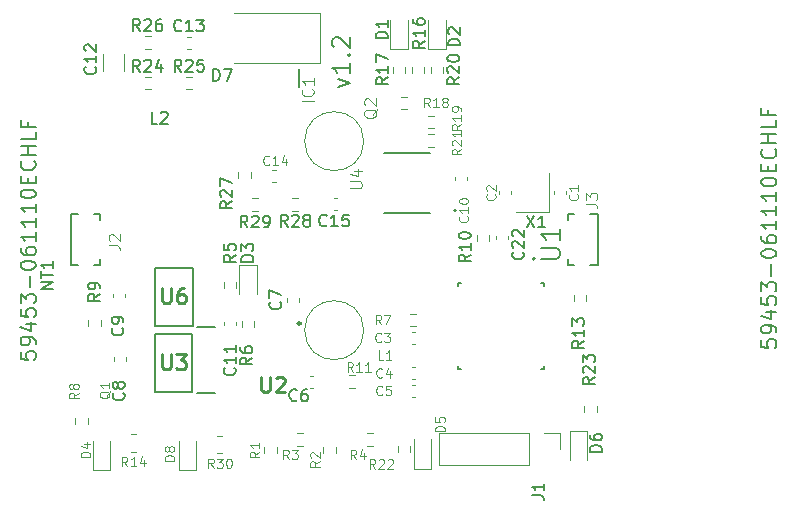
<source format=gbr>
%TF.GenerationSoftware,KiCad,Pcbnew,(5.99.0-12980-gcf6acae791)*%
%TF.CreationDate,2022-01-10T14:37:02+01:00*%
%TF.ProjectId,GRIPPER_TWO_ADVANCED_CONTROL_BOARD,47524950-5045-4525-9f54-574f5f414456,rev?*%
%TF.SameCoordinates,Original*%
%TF.FileFunction,Legend,Top*%
%TF.FilePolarity,Positive*%
%FSLAX46Y46*%
G04 Gerber Fmt 4.6, Leading zero omitted, Abs format (unit mm)*
G04 Created by KiCad (PCBNEW (5.99.0-12980-gcf6acae791)) date 2022-01-10 14:37:02*
%MOMM*%
%LPD*%
G01*
G04 APERTURE LIST*
%ADD10C,0.101600*%
%ADD11C,0.200000*%
%ADD12C,0.150000*%
%ADD13C,0.100000*%
%ADD14C,0.254000*%
%ADD15C,0.081280*%
%ADD16C,0.142240*%
%ADD17C,0.120000*%
%ADD18C,0.250000*%
%ADD19C,0.127000*%
%ADD20C,0.152400*%
G04 APERTURE END LIST*
D10*
X174098900Y-111246400D02*
G75*
G03*
X174098900Y-111246400I-2500000J0D01*
G01*
X174098900Y-95246400D02*
G75*
G03*
X174098900Y-95246400I-2500000J0D01*
G01*
D11*
X171928571Y-90655714D02*
X172928571Y-90298571D01*
X171928571Y-89941428D01*
X172928571Y-88584285D02*
X172928571Y-89441428D01*
X172928571Y-89012857D02*
X171428571Y-89012857D01*
X171642857Y-89155714D01*
X171785714Y-89298571D01*
X171857142Y-89441428D01*
X172785714Y-87941428D02*
X172857142Y-87870000D01*
X172928571Y-87941428D01*
X172857142Y-88012857D01*
X172785714Y-87941428D01*
X172928571Y-87941428D01*
X171571428Y-87298571D02*
X171500000Y-87227142D01*
X171428571Y-87084285D01*
X171428571Y-86727142D01*
X171500000Y-86584285D01*
X171571428Y-86512857D01*
X171714285Y-86441428D01*
X171857142Y-86441428D01*
X172071428Y-86512857D01*
X172928571Y-87370000D01*
X172928571Y-86441428D01*
D12*
%TO.C,L2*%
X156633333Y-93752380D02*
X156157142Y-93752380D01*
X156157142Y-92752380D01*
X156919047Y-92847619D02*
X156966666Y-92800000D01*
X157061904Y-92752380D01*
X157300000Y-92752380D01*
X157395238Y-92800000D01*
X157442857Y-92847619D01*
X157490476Y-92942857D01*
X157490476Y-93038095D01*
X157442857Y-93180952D01*
X156871428Y-93752380D01*
X157490476Y-93752380D01*
%TO.C,C9*%
X153667142Y-111066666D02*
X153714761Y-111114285D01*
X153762380Y-111257142D01*
X153762380Y-111352380D01*
X153714761Y-111495238D01*
X153619523Y-111590476D01*
X153524285Y-111638095D01*
X153333809Y-111685714D01*
X153190952Y-111685714D01*
X153000476Y-111638095D01*
X152905238Y-111590476D01*
X152810000Y-111495238D01*
X152762380Y-111352380D01*
X152762380Y-111257142D01*
X152810000Y-111114285D01*
X152857619Y-111066666D01*
X153762380Y-110590476D02*
X153762380Y-110400000D01*
X153714761Y-110304761D01*
X153667142Y-110257142D01*
X153524285Y-110161904D01*
X153333809Y-110114285D01*
X152952857Y-110114285D01*
X152857619Y-110161904D01*
X152810000Y-110209523D01*
X152762380Y-110304761D01*
X152762380Y-110495238D01*
X152810000Y-110590476D01*
X152857619Y-110638095D01*
X152952857Y-110685714D01*
X153190952Y-110685714D01*
X153286190Y-110638095D01*
X153333809Y-110590476D01*
X153381428Y-110495238D01*
X153381428Y-110304761D01*
X153333809Y-110209523D01*
X153286190Y-110161904D01*
X153190952Y-110114285D01*
%TO.C,R26*%
X155157142Y-85922380D02*
X154823809Y-85446190D01*
X154585714Y-85922380D02*
X154585714Y-84922380D01*
X154966666Y-84922380D01*
X155061904Y-84970000D01*
X155109523Y-85017619D01*
X155157142Y-85112857D01*
X155157142Y-85255714D01*
X155109523Y-85350952D01*
X155061904Y-85398571D01*
X154966666Y-85446190D01*
X154585714Y-85446190D01*
X155538095Y-85017619D02*
X155585714Y-84970000D01*
X155680952Y-84922380D01*
X155919047Y-84922380D01*
X156014285Y-84970000D01*
X156061904Y-85017619D01*
X156109523Y-85112857D01*
X156109523Y-85208095D01*
X156061904Y-85350952D01*
X155490476Y-85922380D01*
X156109523Y-85922380D01*
X156966666Y-84922380D02*
X156776190Y-84922380D01*
X156680952Y-84970000D01*
X156633333Y-85017619D01*
X156538095Y-85160476D01*
X156490476Y-85350952D01*
X156490476Y-85731904D01*
X156538095Y-85827142D01*
X156585714Y-85874761D01*
X156680952Y-85922380D01*
X156871428Y-85922380D01*
X156966666Y-85874761D01*
X157014285Y-85827142D01*
X157061904Y-85731904D01*
X157061904Y-85493809D01*
X157014285Y-85398571D01*
X156966666Y-85350952D01*
X156871428Y-85303333D01*
X156680952Y-85303333D01*
X156585714Y-85350952D01*
X156538095Y-85398571D01*
X156490476Y-85493809D01*
%TO.C,C6*%
X168433333Y-117157142D02*
X168385714Y-117204761D01*
X168242857Y-117252380D01*
X168147619Y-117252380D01*
X168004761Y-117204761D01*
X167909523Y-117109523D01*
X167861904Y-117014285D01*
X167814285Y-116823809D01*
X167814285Y-116680952D01*
X167861904Y-116490476D01*
X167909523Y-116395238D01*
X168004761Y-116300000D01*
X168147619Y-116252380D01*
X168242857Y-116252380D01*
X168385714Y-116300000D01*
X168433333Y-116347619D01*
X169290476Y-116252380D02*
X169100000Y-116252380D01*
X169004761Y-116300000D01*
X168957142Y-116347619D01*
X168861904Y-116490476D01*
X168814285Y-116680952D01*
X168814285Y-117061904D01*
X168861904Y-117157142D01*
X168909523Y-117204761D01*
X169004761Y-117252380D01*
X169195238Y-117252380D01*
X169290476Y-117204761D01*
X169338095Y-117157142D01*
X169385714Y-117061904D01*
X169385714Y-116823809D01*
X169338095Y-116728571D01*
X169290476Y-116680952D01*
X169195238Y-116633333D01*
X169004761Y-116633333D01*
X168909523Y-116680952D01*
X168861904Y-116728571D01*
X168814285Y-116823809D01*
%TO.C,C11*%
X163157142Y-114442857D02*
X163204761Y-114490476D01*
X163252380Y-114633333D01*
X163252380Y-114728571D01*
X163204761Y-114871428D01*
X163109523Y-114966666D01*
X163014285Y-115014285D01*
X162823809Y-115061904D01*
X162680952Y-115061904D01*
X162490476Y-115014285D01*
X162395238Y-114966666D01*
X162300000Y-114871428D01*
X162252380Y-114728571D01*
X162252380Y-114633333D01*
X162300000Y-114490476D01*
X162347619Y-114442857D01*
X163252380Y-113490476D02*
X163252380Y-114061904D01*
X163252380Y-113776190D02*
X162252380Y-113776190D01*
X162395238Y-113871428D01*
X162490476Y-113966666D01*
X162538095Y-114061904D01*
X163252380Y-112538095D02*
X163252380Y-113109523D01*
X163252380Y-112823809D02*
X162252380Y-112823809D01*
X162395238Y-112919047D01*
X162490476Y-113014285D01*
X162538095Y-113109523D01*
%TO.C,R25*%
X158657142Y-89352380D02*
X158323809Y-88876190D01*
X158085714Y-89352380D02*
X158085714Y-88352380D01*
X158466666Y-88352380D01*
X158561904Y-88400000D01*
X158609523Y-88447619D01*
X158657142Y-88542857D01*
X158657142Y-88685714D01*
X158609523Y-88780952D01*
X158561904Y-88828571D01*
X158466666Y-88876190D01*
X158085714Y-88876190D01*
X159038095Y-88447619D02*
X159085714Y-88400000D01*
X159180952Y-88352380D01*
X159419047Y-88352380D01*
X159514285Y-88400000D01*
X159561904Y-88447619D01*
X159609523Y-88542857D01*
X159609523Y-88638095D01*
X159561904Y-88780952D01*
X158990476Y-89352380D01*
X159609523Y-89352380D01*
X160514285Y-88352380D02*
X160038095Y-88352380D01*
X159990476Y-88828571D01*
X160038095Y-88780952D01*
X160133333Y-88733333D01*
X160371428Y-88733333D01*
X160466666Y-88780952D01*
X160514285Y-88828571D01*
X160561904Y-88923809D01*
X160561904Y-89161904D01*
X160514285Y-89257142D01*
X160466666Y-89304761D01*
X160371428Y-89352380D01*
X160133333Y-89352380D01*
X160038095Y-89304761D01*
X159990476Y-89257142D01*
%TO.C,R29*%
X164257142Y-102552380D02*
X163923809Y-102076190D01*
X163685714Y-102552380D02*
X163685714Y-101552380D01*
X164066666Y-101552380D01*
X164161904Y-101600000D01*
X164209523Y-101647619D01*
X164257142Y-101742857D01*
X164257142Y-101885714D01*
X164209523Y-101980952D01*
X164161904Y-102028571D01*
X164066666Y-102076190D01*
X163685714Y-102076190D01*
X164638095Y-101647619D02*
X164685714Y-101600000D01*
X164780952Y-101552380D01*
X165019047Y-101552380D01*
X165114285Y-101600000D01*
X165161904Y-101647619D01*
X165209523Y-101742857D01*
X165209523Y-101838095D01*
X165161904Y-101980952D01*
X164590476Y-102552380D01*
X165209523Y-102552380D01*
X165685714Y-102552380D02*
X165876190Y-102552380D01*
X165971428Y-102504761D01*
X166019047Y-102457142D01*
X166114285Y-102314285D01*
X166161904Y-102123809D01*
X166161904Y-101742857D01*
X166114285Y-101647619D01*
X166066666Y-101600000D01*
X165971428Y-101552380D01*
X165780952Y-101552380D01*
X165685714Y-101600000D01*
X165638095Y-101647619D01*
X165590476Y-101742857D01*
X165590476Y-101980952D01*
X165638095Y-102076190D01*
X165685714Y-102123809D01*
X165780952Y-102171428D01*
X165971428Y-102171428D01*
X166066666Y-102123809D01*
X166114285Y-102076190D01*
X166161904Y-101980952D01*
D13*
%TO.C,D4*%
X150961904Y-121990476D02*
X150161904Y-121990476D01*
X150161904Y-121800000D01*
X150200000Y-121685714D01*
X150276190Y-121609523D01*
X150352380Y-121571428D01*
X150504761Y-121533333D01*
X150619047Y-121533333D01*
X150771428Y-121571428D01*
X150847619Y-121609523D01*
X150923809Y-121685714D01*
X150961904Y-121800000D01*
X150961904Y-121990476D01*
X150428571Y-120847619D02*
X150961904Y-120847619D01*
X150123809Y-121038095D02*
X150695238Y-121228571D01*
X150695238Y-120733333D01*
D12*
%TO.C,R20*%
X182182380Y-89842857D02*
X181706190Y-90176190D01*
X182182380Y-90414285D02*
X181182380Y-90414285D01*
X181182380Y-90033333D01*
X181230000Y-89938095D01*
X181277619Y-89890476D01*
X181372857Y-89842857D01*
X181515714Y-89842857D01*
X181610952Y-89890476D01*
X181658571Y-89938095D01*
X181706190Y-90033333D01*
X181706190Y-90414285D01*
X181277619Y-89461904D02*
X181230000Y-89414285D01*
X181182380Y-89319047D01*
X181182380Y-89080952D01*
X181230000Y-88985714D01*
X181277619Y-88938095D01*
X181372857Y-88890476D01*
X181468095Y-88890476D01*
X181610952Y-88938095D01*
X182182380Y-89509523D01*
X182182380Y-88890476D01*
X181182380Y-88271428D02*
X181182380Y-88176190D01*
X181230000Y-88080952D01*
X181277619Y-88033333D01*
X181372857Y-87985714D01*
X181563333Y-87938095D01*
X181801428Y-87938095D01*
X181991904Y-87985714D01*
X182087142Y-88033333D01*
X182134761Y-88080952D01*
X182182380Y-88176190D01*
X182182380Y-88271428D01*
X182134761Y-88366666D01*
X182087142Y-88414285D01*
X181991904Y-88461904D01*
X181801428Y-88509523D01*
X181563333Y-88509523D01*
X181372857Y-88461904D01*
X181277619Y-88414285D01*
X181230000Y-88366666D01*
X181182380Y-88271428D01*
%TO.C,R9*%
X151752380Y-108166666D02*
X151276190Y-108500000D01*
X151752380Y-108738095D02*
X150752380Y-108738095D01*
X150752380Y-108357142D01*
X150800000Y-108261904D01*
X150847619Y-108214285D01*
X150942857Y-108166666D01*
X151085714Y-108166666D01*
X151180952Y-108214285D01*
X151228571Y-108261904D01*
X151276190Y-108357142D01*
X151276190Y-108738095D01*
X151752380Y-107690476D02*
X151752380Y-107500000D01*
X151704761Y-107404761D01*
X151657142Y-107357142D01*
X151514285Y-107261904D01*
X151323809Y-107214285D01*
X150942857Y-107214285D01*
X150847619Y-107261904D01*
X150800000Y-107309523D01*
X150752380Y-107404761D01*
X150752380Y-107595238D01*
X150800000Y-107690476D01*
X150847619Y-107738095D01*
X150942857Y-107785714D01*
X151180952Y-107785714D01*
X151276190Y-107738095D01*
X151323809Y-107690476D01*
X151371428Y-107595238D01*
X151371428Y-107404761D01*
X151323809Y-107309523D01*
X151276190Y-107261904D01*
X151180952Y-107214285D01*
D14*
%TO.C,U3*%
X157032380Y-113304523D02*
X157032380Y-114332619D01*
X157092857Y-114453571D01*
X157153333Y-114514047D01*
X157274285Y-114574523D01*
X157516190Y-114574523D01*
X157637142Y-114514047D01*
X157697619Y-114453571D01*
X157758095Y-114332619D01*
X157758095Y-113304523D01*
X158241904Y-113304523D02*
X159028095Y-113304523D01*
X158604761Y-113788333D01*
X158786190Y-113788333D01*
X158907142Y-113848809D01*
X158967619Y-113909285D01*
X159028095Y-114030238D01*
X159028095Y-114332619D01*
X158967619Y-114453571D01*
X158907142Y-114514047D01*
X158786190Y-114574523D01*
X158423333Y-114574523D01*
X158302380Y-114514047D01*
X158241904Y-114453571D01*
D12*
%TO.C,D2*%
X182252380Y-87138095D02*
X181252380Y-87138095D01*
X181252380Y-86900000D01*
X181300000Y-86757142D01*
X181395238Y-86661904D01*
X181490476Y-86614285D01*
X181680952Y-86566666D01*
X181823809Y-86566666D01*
X182014285Y-86614285D01*
X182109523Y-86661904D01*
X182204761Y-86757142D01*
X182252380Y-86900000D01*
X182252380Y-87138095D01*
X181347619Y-86185714D02*
X181300000Y-86138095D01*
X181252380Y-86042857D01*
X181252380Y-85804761D01*
X181300000Y-85709523D01*
X181347619Y-85661904D01*
X181442857Y-85614285D01*
X181538095Y-85614285D01*
X181680952Y-85661904D01*
X182252380Y-86233333D01*
X182252380Y-85614285D01*
%TO.C,D1*%
X176122380Y-86538095D02*
X175122380Y-86538095D01*
X175122380Y-86300000D01*
X175170000Y-86157142D01*
X175265238Y-86061904D01*
X175360476Y-86014285D01*
X175550952Y-85966666D01*
X175693809Y-85966666D01*
X175884285Y-86014285D01*
X175979523Y-86061904D01*
X176074761Y-86157142D01*
X176122380Y-86300000D01*
X176122380Y-86538095D01*
X176122380Y-85014285D02*
X176122380Y-85585714D01*
X176122380Y-85300000D02*
X175122380Y-85300000D01*
X175265238Y-85395238D01*
X175360476Y-85490476D01*
X175408095Y-85585714D01*
%TO.C,R24*%
X155157142Y-89352380D02*
X154823809Y-88876190D01*
X154585714Y-89352380D02*
X154585714Y-88352380D01*
X154966666Y-88352380D01*
X155061904Y-88400000D01*
X155109523Y-88447619D01*
X155157142Y-88542857D01*
X155157142Y-88685714D01*
X155109523Y-88780952D01*
X155061904Y-88828571D01*
X154966666Y-88876190D01*
X154585714Y-88876190D01*
X155538095Y-88447619D02*
X155585714Y-88400000D01*
X155680952Y-88352380D01*
X155919047Y-88352380D01*
X156014285Y-88400000D01*
X156061904Y-88447619D01*
X156109523Y-88542857D01*
X156109523Y-88638095D01*
X156061904Y-88780952D01*
X155490476Y-89352380D01*
X156109523Y-89352380D01*
X156966666Y-88685714D02*
X156966666Y-89352380D01*
X156728571Y-88304761D02*
X156490476Y-89019047D01*
X157109523Y-89019047D01*
D13*
%TO.C,C5*%
X175666666Y-116685714D02*
X175628571Y-116723809D01*
X175514285Y-116761904D01*
X175438095Y-116761904D01*
X175323809Y-116723809D01*
X175247619Y-116647619D01*
X175209523Y-116571428D01*
X175171428Y-116419047D01*
X175171428Y-116304761D01*
X175209523Y-116152380D01*
X175247619Y-116076190D01*
X175323809Y-116000000D01*
X175438095Y-115961904D01*
X175514285Y-115961904D01*
X175628571Y-116000000D01*
X175666666Y-116038095D01*
X176390476Y-115961904D02*
X176009523Y-115961904D01*
X175971428Y-116342857D01*
X176009523Y-116304761D01*
X176085714Y-116266666D01*
X176276190Y-116266666D01*
X176352380Y-116304761D01*
X176390476Y-116342857D01*
X176428571Y-116419047D01*
X176428571Y-116609523D01*
X176390476Y-116685714D01*
X176352380Y-116723809D01*
X176276190Y-116761904D01*
X176085714Y-116761904D01*
X176009523Y-116723809D01*
X175971428Y-116685714D01*
D12*
%TO.C,R5*%
X163252380Y-104866666D02*
X162776190Y-105200000D01*
X163252380Y-105438095D02*
X162252380Y-105438095D01*
X162252380Y-105057142D01*
X162300000Y-104961904D01*
X162347619Y-104914285D01*
X162442857Y-104866666D01*
X162585714Y-104866666D01*
X162680952Y-104914285D01*
X162728571Y-104961904D01*
X162776190Y-105057142D01*
X162776190Y-105438095D01*
X162252380Y-103961904D02*
X162252380Y-104438095D01*
X162728571Y-104485714D01*
X162680952Y-104438095D01*
X162633333Y-104342857D01*
X162633333Y-104104761D01*
X162680952Y-104009523D01*
X162728571Y-103961904D01*
X162823809Y-103914285D01*
X163061904Y-103914285D01*
X163157142Y-103961904D01*
X163204761Y-104009523D01*
X163252380Y-104104761D01*
X163252380Y-104342857D01*
X163204761Y-104438095D01*
X163157142Y-104485714D01*
%TO.C,R28*%
X167657142Y-102482380D02*
X167323809Y-102006190D01*
X167085714Y-102482380D02*
X167085714Y-101482380D01*
X167466666Y-101482380D01*
X167561904Y-101530000D01*
X167609523Y-101577619D01*
X167657142Y-101672857D01*
X167657142Y-101815714D01*
X167609523Y-101910952D01*
X167561904Y-101958571D01*
X167466666Y-102006190D01*
X167085714Y-102006190D01*
X168038095Y-101577619D02*
X168085714Y-101530000D01*
X168180952Y-101482380D01*
X168419047Y-101482380D01*
X168514285Y-101530000D01*
X168561904Y-101577619D01*
X168609523Y-101672857D01*
X168609523Y-101768095D01*
X168561904Y-101910952D01*
X167990476Y-102482380D01*
X168609523Y-102482380D01*
X169180952Y-101910952D02*
X169085714Y-101863333D01*
X169038095Y-101815714D01*
X168990476Y-101720476D01*
X168990476Y-101672857D01*
X169038095Y-101577619D01*
X169085714Y-101530000D01*
X169180952Y-101482380D01*
X169371428Y-101482380D01*
X169466666Y-101530000D01*
X169514285Y-101577619D01*
X169561904Y-101672857D01*
X169561904Y-101720476D01*
X169514285Y-101815714D01*
X169466666Y-101863333D01*
X169371428Y-101910952D01*
X169180952Y-101910952D01*
X169085714Y-101958571D01*
X169038095Y-102006190D01*
X168990476Y-102101428D01*
X168990476Y-102291904D01*
X169038095Y-102387142D01*
X169085714Y-102434761D01*
X169180952Y-102482380D01*
X169371428Y-102482380D01*
X169466666Y-102434761D01*
X169514285Y-102387142D01*
X169561904Y-102291904D01*
X169561904Y-102101428D01*
X169514285Y-102006190D01*
X169466666Y-101958571D01*
X169371428Y-101910952D01*
D14*
%TO.C,U2*%
X165432380Y-115204523D02*
X165432380Y-116232619D01*
X165492857Y-116353571D01*
X165553333Y-116414047D01*
X165674285Y-116474523D01*
X165916190Y-116474523D01*
X166037142Y-116414047D01*
X166097619Y-116353571D01*
X166158095Y-116232619D01*
X166158095Y-115204523D01*
X166702380Y-115325476D02*
X166762857Y-115265000D01*
X166883809Y-115204523D01*
X167186190Y-115204523D01*
X167307142Y-115265000D01*
X167367619Y-115325476D01*
X167428095Y-115446428D01*
X167428095Y-115567380D01*
X167367619Y-115748809D01*
X166641904Y-116474523D01*
X167428095Y-116474523D01*
D13*
%TO.C,R21*%
X182361904Y-95914285D02*
X181980952Y-96180952D01*
X182361904Y-96371428D02*
X181561904Y-96371428D01*
X181561904Y-96066666D01*
X181600000Y-95990476D01*
X181638095Y-95952380D01*
X181714285Y-95914285D01*
X181828571Y-95914285D01*
X181904761Y-95952380D01*
X181942857Y-95990476D01*
X181980952Y-96066666D01*
X181980952Y-96371428D01*
X181638095Y-95609523D02*
X181600000Y-95571428D01*
X181561904Y-95495238D01*
X181561904Y-95304761D01*
X181600000Y-95228571D01*
X181638095Y-95190476D01*
X181714285Y-95152380D01*
X181790476Y-95152380D01*
X181904761Y-95190476D01*
X182361904Y-95647619D01*
X182361904Y-95152380D01*
X182361904Y-94390476D02*
X182361904Y-94847619D01*
X182361904Y-94619047D02*
X181561904Y-94619047D01*
X181676190Y-94695238D01*
X181752380Y-94771428D01*
X181790476Y-94847619D01*
D12*
%TO.C,C12*%
X151357142Y-88942857D02*
X151404761Y-88990476D01*
X151452380Y-89133333D01*
X151452380Y-89228571D01*
X151404761Y-89371428D01*
X151309523Y-89466666D01*
X151214285Y-89514285D01*
X151023809Y-89561904D01*
X150880952Y-89561904D01*
X150690476Y-89514285D01*
X150595238Y-89466666D01*
X150500000Y-89371428D01*
X150452380Y-89228571D01*
X150452380Y-89133333D01*
X150500000Y-88990476D01*
X150547619Y-88942857D01*
X151452380Y-87990476D02*
X151452380Y-88561904D01*
X151452380Y-88276190D02*
X150452380Y-88276190D01*
X150595238Y-88371428D01*
X150690476Y-88466666D01*
X150738095Y-88561904D01*
X150547619Y-87609523D02*
X150500000Y-87561904D01*
X150452380Y-87466666D01*
X150452380Y-87228571D01*
X150500000Y-87133333D01*
X150547619Y-87085714D01*
X150642857Y-87038095D01*
X150738095Y-87038095D01*
X150880952Y-87085714D01*
X151452380Y-87657142D01*
X151452380Y-87038095D01*
%TO.C,R6*%
X164652380Y-113566666D02*
X164176190Y-113900000D01*
X164652380Y-114138095D02*
X163652380Y-114138095D01*
X163652380Y-113757142D01*
X163700000Y-113661904D01*
X163747619Y-113614285D01*
X163842857Y-113566666D01*
X163985714Y-113566666D01*
X164080952Y-113614285D01*
X164128571Y-113661904D01*
X164176190Y-113757142D01*
X164176190Y-114138095D01*
X163652380Y-112709523D02*
X163652380Y-112900000D01*
X163700000Y-112995238D01*
X163747619Y-113042857D01*
X163890476Y-113138095D01*
X164080952Y-113185714D01*
X164461904Y-113185714D01*
X164557142Y-113138095D01*
X164604761Y-113090476D01*
X164652380Y-112995238D01*
X164652380Y-112804761D01*
X164604761Y-112709523D01*
X164557142Y-112661904D01*
X164461904Y-112614285D01*
X164223809Y-112614285D01*
X164128571Y-112661904D01*
X164080952Y-112709523D01*
X164033333Y-112804761D01*
X164033333Y-112995238D01*
X164080952Y-113090476D01*
X164128571Y-113138095D01*
X164223809Y-113185714D01*
D13*
%TO.C,C1*%
X192185714Y-99733333D02*
X192223809Y-99771428D01*
X192261904Y-99885714D01*
X192261904Y-99961904D01*
X192223809Y-100076190D01*
X192147619Y-100152380D01*
X192071428Y-100190476D01*
X191919047Y-100228571D01*
X191804761Y-100228571D01*
X191652380Y-100190476D01*
X191576190Y-100152380D01*
X191500000Y-100076190D01*
X191461904Y-99961904D01*
X191461904Y-99885714D01*
X191500000Y-99771428D01*
X191538095Y-99733333D01*
X192261904Y-98971428D02*
X192261904Y-99428571D01*
X192261904Y-99200000D02*
X191461904Y-99200000D01*
X191576190Y-99276190D01*
X191652380Y-99352380D01*
X191690476Y-99428571D01*
%TO.C,R11*%
X173185714Y-114761904D02*
X172919047Y-114380952D01*
X172728571Y-114761904D02*
X172728571Y-113961904D01*
X173033333Y-113961904D01*
X173109523Y-114000000D01*
X173147619Y-114038095D01*
X173185714Y-114114285D01*
X173185714Y-114228571D01*
X173147619Y-114304761D01*
X173109523Y-114342857D01*
X173033333Y-114380952D01*
X172728571Y-114380952D01*
X173947619Y-114761904D02*
X173490476Y-114761904D01*
X173719047Y-114761904D02*
X173719047Y-113961904D01*
X173642857Y-114076190D01*
X173566666Y-114152380D01*
X173490476Y-114190476D01*
X174709523Y-114761904D02*
X174252380Y-114761904D01*
X174480952Y-114761904D02*
X174480952Y-113961904D01*
X174404761Y-114076190D01*
X174328571Y-114152380D01*
X174252380Y-114190476D01*
D12*
%TO.C,D3*%
X164752380Y-105438095D02*
X163752380Y-105438095D01*
X163752380Y-105200000D01*
X163800000Y-105057142D01*
X163895238Y-104961904D01*
X163990476Y-104914285D01*
X164180952Y-104866666D01*
X164323809Y-104866666D01*
X164514285Y-104914285D01*
X164609523Y-104961904D01*
X164704761Y-105057142D01*
X164752380Y-105200000D01*
X164752380Y-105438095D01*
X163752380Y-104533333D02*
X163752380Y-103914285D01*
X164133333Y-104247619D01*
X164133333Y-104104761D01*
X164180952Y-104009523D01*
X164228571Y-103961904D01*
X164323809Y-103914285D01*
X164561904Y-103914285D01*
X164657142Y-103961904D01*
X164704761Y-104009523D01*
X164752380Y-104104761D01*
X164752380Y-104390476D01*
X164704761Y-104485714D01*
X164657142Y-104533333D01*
D10*
%TO.C,Q2*%
X175247619Y-92529198D02*
X175200000Y-92624436D01*
X175104761Y-92719674D01*
X174961904Y-92862531D01*
X174914285Y-92957769D01*
X174914285Y-93053007D01*
X175152380Y-93005388D02*
X175104761Y-93100626D01*
X175009523Y-93195864D01*
X174819047Y-93243483D01*
X174485714Y-93243483D01*
X174295238Y-93195864D01*
X174200000Y-93100626D01*
X174152380Y-93005388D01*
X174152380Y-92814912D01*
X174200000Y-92719674D01*
X174295238Y-92624436D01*
X174485714Y-92576817D01*
X174819047Y-92576817D01*
X175009523Y-92624436D01*
X175104761Y-92719674D01*
X175152380Y-92814912D01*
X175152380Y-93005388D01*
X174247619Y-92195864D02*
X174200000Y-92148245D01*
X174152380Y-92053007D01*
X174152380Y-91814912D01*
X174200000Y-91719674D01*
X174247619Y-91672055D01*
X174342857Y-91624436D01*
X174438095Y-91624436D01*
X174580952Y-91672055D01*
X175152380Y-92243483D01*
X175152380Y-91624436D01*
D15*
%TO.C,J3*%
X192920769Y-100557552D02*
X193588426Y-100557552D01*
X193721958Y-100602063D01*
X193810979Y-100691084D01*
X193855489Y-100824615D01*
X193855489Y-100913636D01*
X192920769Y-100201468D02*
X192920769Y-99622832D01*
X193276853Y-99934406D01*
X193276853Y-99800874D01*
X193321363Y-99711853D01*
X193365874Y-99667343D01*
X193454895Y-99622832D01*
X193677447Y-99622832D01*
X193766468Y-99667343D01*
X193810979Y-99711853D01*
X193855489Y-99800874D01*
X193855489Y-100067937D01*
X193810979Y-100156958D01*
X193766468Y-100201468D01*
D12*
X207761273Y-112064523D02*
X207761273Y-112669285D01*
X208366035Y-112729761D01*
X208305559Y-112669285D01*
X208245083Y-112548333D01*
X208245083Y-112245952D01*
X208305559Y-112125000D01*
X208366035Y-112064523D01*
X208486988Y-112004047D01*
X208789369Y-112004047D01*
X208910321Y-112064523D01*
X208970797Y-112125000D01*
X209031273Y-112245952D01*
X209031273Y-112548333D01*
X208970797Y-112669285D01*
X208910321Y-112729761D01*
X209031273Y-111399285D02*
X209031273Y-111157380D01*
X208970797Y-111036428D01*
X208910321Y-110975952D01*
X208728892Y-110855000D01*
X208486988Y-110794523D01*
X208003178Y-110794523D01*
X207882226Y-110855000D01*
X207821750Y-110915476D01*
X207761273Y-111036428D01*
X207761273Y-111278333D01*
X207821750Y-111399285D01*
X207882226Y-111459761D01*
X208003178Y-111520238D01*
X208305559Y-111520238D01*
X208426511Y-111459761D01*
X208486988Y-111399285D01*
X208547464Y-111278333D01*
X208547464Y-111036428D01*
X208486988Y-110915476D01*
X208426511Y-110855000D01*
X208305559Y-110794523D01*
X208184607Y-109705952D02*
X209031273Y-109705952D01*
X207700797Y-110008333D02*
X208607940Y-110310714D01*
X208607940Y-109524523D01*
X207761273Y-108435952D02*
X207761273Y-109040714D01*
X208366035Y-109101190D01*
X208305559Y-109040714D01*
X208245083Y-108919761D01*
X208245083Y-108617380D01*
X208305559Y-108496428D01*
X208366035Y-108435952D01*
X208486988Y-108375476D01*
X208789369Y-108375476D01*
X208910321Y-108435952D01*
X208970797Y-108496428D01*
X209031273Y-108617380D01*
X209031273Y-108919761D01*
X208970797Y-109040714D01*
X208910321Y-109101190D01*
X207761273Y-107952142D02*
X207761273Y-107165952D01*
X208245083Y-107589285D01*
X208245083Y-107407857D01*
X208305559Y-107286904D01*
X208366035Y-107226428D01*
X208486988Y-107165952D01*
X208789369Y-107165952D01*
X208910321Y-107226428D01*
X208970797Y-107286904D01*
X209031273Y-107407857D01*
X209031273Y-107770714D01*
X208970797Y-107891666D01*
X208910321Y-107952142D01*
X208547464Y-106621666D02*
X208547464Y-105654047D01*
X207761273Y-104807380D02*
X207761273Y-104686428D01*
X207821750Y-104565476D01*
X207882226Y-104505000D01*
X208003178Y-104444523D01*
X208245083Y-104384047D01*
X208547464Y-104384047D01*
X208789369Y-104444523D01*
X208910321Y-104505000D01*
X208970797Y-104565476D01*
X209031273Y-104686428D01*
X209031273Y-104807380D01*
X208970797Y-104928333D01*
X208910321Y-104988809D01*
X208789369Y-105049285D01*
X208547464Y-105109761D01*
X208245083Y-105109761D01*
X208003178Y-105049285D01*
X207882226Y-104988809D01*
X207821750Y-104928333D01*
X207761273Y-104807380D01*
X207761273Y-103295476D02*
X207761273Y-103537380D01*
X207821750Y-103658333D01*
X207882226Y-103718809D01*
X208063654Y-103839761D01*
X208305559Y-103900238D01*
X208789369Y-103900238D01*
X208910321Y-103839761D01*
X208970797Y-103779285D01*
X209031273Y-103658333D01*
X209031273Y-103416428D01*
X208970797Y-103295476D01*
X208910321Y-103235000D01*
X208789369Y-103174523D01*
X208486988Y-103174523D01*
X208366035Y-103235000D01*
X208305559Y-103295476D01*
X208245083Y-103416428D01*
X208245083Y-103658333D01*
X208305559Y-103779285D01*
X208366035Y-103839761D01*
X208486988Y-103900238D01*
X209031273Y-101965000D02*
X209031273Y-102690714D01*
X209031273Y-102327857D02*
X207761273Y-102327857D01*
X207942702Y-102448809D01*
X208063654Y-102569761D01*
X208124130Y-102690714D01*
X209031273Y-100755476D02*
X209031273Y-101481190D01*
X209031273Y-101118333D02*
X207761273Y-101118333D01*
X207942702Y-101239285D01*
X208063654Y-101360238D01*
X208124130Y-101481190D01*
X209031273Y-99545952D02*
X209031273Y-100271666D01*
X209031273Y-99908809D02*
X207761273Y-99908809D01*
X207942702Y-100029761D01*
X208063654Y-100150714D01*
X208124130Y-100271666D01*
X207761273Y-98759761D02*
X207761273Y-98638809D01*
X207821750Y-98517857D01*
X207882226Y-98457380D01*
X208003178Y-98396904D01*
X208245083Y-98336428D01*
X208547464Y-98336428D01*
X208789369Y-98396904D01*
X208910321Y-98457380D01*
X208970797Y-98517857D01*
X209031273Y-98638809D01*
X209031273Y-98759761D01*
X208970797Y-98880714D01*
X208910321Y-98941190D01*
X208789369Y-99001666D01*
X208547464Y-99062142D01*
X208245083Y-99062142D01*
X208003178Y-99001666D01*
X207882226Y-98941190D01*
X207821750Y-98880714D01*
X207761273Y-98759761D01*
X208366035Y-97792142D02*
X208366035Y-97368809D01*
X209031273Y-97187380D02*
X209031273Y-97792142D01*
X207761273Y-97792142D01*
X207761273Y-97187380D01*
X208910321Y-95917380D02*
X208970797Y-95977857D01*
X209031273Y-96159285D01*
X209031273Y-96280238D01*
X208970797Y-96461666D01*
X208849845Y-96582619D01*
X208728892Y-96643095D01*
X208486988Y-96703571D01*
X208305559Y-96703571D01*
X208063654Y-96643095D01*
X207942702Y-96582619D01*
X207821750Y-96461666D01*
X207761273Y-96280238D01*
X207761273Y-96159285D01*
X207821750Y-95977857D01*
X207882226Y-95917380D01*
X209031273Y-95373095D02*
X207761273Y-95373095D01*
X208366035Y-95373095D02*
X208366035Y-94647380D01*
X209031273Y-94647380D02*
X207761273Y-94647380D01*
X209031273Y-93437857D02*
X209031273Y-94042619D01*
X207761273Y-94042619D01*
X208366035Y-92591190D02*
X208366035Y-93014523D01*
X209031273Y-93014523D02*
X207761273Y-93014523D01*
X207761273Y-92409761D01*
%TO.C,C8*%
X153757142Y-116566666D02*
X153804761Y-116614285D01*
X153852380Y-116757142D01*
X153852380Y-116852380D01*
X153804761Y-116995238D01*
X153709523Y-117090476D01*
X153614285Y-117138095D01*
X153423809Y-117185714D01*
X153280952Y-117185714D01*
X153090476Y-117138095D01*
X152995238Y-117090476D01*
X152900000Y-116995238D01*
X152852380Y-116852380D01*
X152852380Y-116757142D01*
X152900000Y-116614285D01*
X152947619Y-116566666D01*
X153280952Y-115995238D02*
X153233333Y-116090476D01*
X153185714Y-116138095D01*
X153090476Y-116185714D01*
X153042857Y-116185714D01*
X152947619Y-116138095D01*
X152900000Y-116090476D01*
X152852380Y-115995238D01*
X152852380Y-115804761D01*
X152900000Y-115709523D01*
X152947619Y-115661904D01*
X153042857Y-115614285D01*
X153090476Y-115614285D01*
X153185714Y-115661904D01*
X153233333Y-115709523D01*
X153280952Y-115804761D01*
X153280952Y-115995238D01*
X153328571Y-116090476D01*
X153376190Y-116138095D01*
X153471428Y-116185714D01*
X153661904Y-116185714D01*
X153757142Y-116138095D01*
X153804761Y-116090476D01*
X153852380Y-115995238D01*
X153852380Y-115804761D01*
X153804761Y-115709523D01*
X153757142Y-115661904D01*
X153661904Y-115614285D01*
X153471428Y-115614285D01*
X153376190Y-115661904D01*
X153328571Y-115709523D01*
X153280952Y-115804761D01*
D13*
%TO.C,R4*%
X173466666Y-122161904D02*
X173200000Y-121780952D01*
X173009523Y-122161904D02*
X173009523Y-121361904D01*
X173314285Y-121361904D01*
X173390476Y-121400000D01*
X173428571Y-121438095D01*
X173466666Y-121514285D01*
X173466666Y-121628571D01*
X173428571Y-121704761D01*
X173390476Y-121742857D01*
X173314285Y-121780952D01*
X173009523Y-121780952D01*
X174152380Y-121628571D02*
X174152380Y-122161904D01*
X173961904Y-121323809D02*
X173771428Y-121895238D01*
X174266666Y-121895238D01*
D12*
%TO.C,X1*%
X187890476Y-101552380D02*
X188557142Y-102552380D01*
X188557142Y-101552380D02*
X187890476Y-102552380D01*
X189461904Y-102552380D02*
X188890476Y-102552380D01*
X189176190Y-102552380D02*
X189176190Y-101552380D01*
X189080952Y-101695238D01*
X188985714Y-101790476D01*
X188890476Y-101838095D01*
%TO.C,R17*%
X176152380Y-89842857D02*
X175676190Y-90176190D01*
X176152380Y-90414285D02*
X175152380Y-90414285D01*
X175152380Y-90033333D01*
X175200000Y-89938095D01*
X175247619Y-89890476D01*
X175342857Y-89842857D01*
X175485714Y-89842857D01*
X175580952Y-89890476D01*
X175628571Y-89938095D01*
X175676190Y-90033333D01*
X175676190Y-90414285D01*
X176152380Y-88890476D02*
X176152380Y-89461904D01*
X176152380Y-89176190D02*
X175152380Y-89176190D01*
X175295238Y-89271428D01*
X175390476Y-89366666D01*
X175438095Y-89461904D01*
X175152380Y-88557142D02*
X175152380Y-87890476D01*
X176152380Y-88319047D01*
%TO.C,C13*%
X158657142Y-85857142D02*
X158609523Y-85904761D01*
X158466666Y-85952380D01*
X158371428Y-85952380D01*
X158228571Y-85904761D01*
X158133333Y-85809523D01*
X158085714Y-85714285D01*
X158038095Y-85523809D01*
X158038095Y-85380952D01*
X158085714Y-85190476D01*
X158133333Y-85095238D01*
X158228571Y-85000000D01*
X158371428Y-84952380D01*
X158466666Y-84952380D01*
X158609523Y-85000000D01*
X158657142Y-85047619D01*
X159609523Y-85952380D02*
X159038095Y-85952380D01*
X159323809Y-85952380D02*
X159323809Y-84952380D01*
X159228571Y-85095238D01*
X159133333Y-85190476D01*
X159038095Y-85238095D01*
X159942857Y-84952380D02*
X160561904Y-84952380D01*
X160228571Y-85333333D01*
X160371428Y-85333333D01*
X160466666Y-85380952D01*
X160514285Y-85428571D01*
X160561904Y-85523809D01*
X160561904Y-85761904D01*
X160514285Y-85857142D01*
X160466666Y-85904761D01*
X160371428Y-85952380D01*
X160085714Y-85952380D01*
X159990476Y-85904761D01*
X159942857Y-85857142D01*
%TO.C,C15*%
X170957142Y-102357142D02*
X170909523Y-102404761D01*
X170766666Y-102452380D01*
X170671428Y-102452380D01*
X170528571Y-102404761D01*
X170433333Y-102309523D01*
X170385714Y-102214285D01*
X170338095Y-102023809D01*
X170338095Y-101880952D01*
X170385714Y-101690476D01*
X170433333Y-101595238D01*
X170528571Y-101500000D01*
X170671428Y-101452380D01*
X170766666Y-101452380D01*
X170909523Y-101500000D01*
X170957142Y-101547619D01*
X171909523Y-102452380D02*
X171338095Y-102452380D01*
X171623809Y-102452380D02*
X171623809Y-101452380D01*
X171528571Y-101595238D01*
X171433333Y-101690476D01*
X171338095Y-101738095D01*
X172814285Y-101452380D02*
X172338095Y-101452380D01*
X172290476Y-101928571D01*
X172338095Y-101880952D01*
X172433333Y-101833333D01*
X172671428Y-101833333D01*
X172766666Y-101880952D01*
X172814285Y-101928571D01*
X172861904Y-102023809D01*
X172861904Y-102261904D01*
X172814285Y-102357142D01*
X172766666Y-102404761D01*
X172671428Y-102452380D01*
X172433333Y-102452380D01*
X172338095Y-102404761D01*
X172290476Y-102357142D01*
D13*
%TO.C,D8*%
X158061904Y-122290476D02*
X157261904Y-122290476D01*
X157261904Y-122100000D01*
X157300000Y-121985714D01*
X157376190Y-121909523D01*
X157452380Y-121871428D01*
X157604761Y-121833333D01*
X157719047Y-121833333D01*
X157871428Y-121871428D01*
X157947619Y-121909523D01*
X158023809Y-121985714D01*
X158061904Y-122100000D01*
X158061904Y-122290476D01*
X157604761Y-121376190D02*
X157566666Y-121452380D01*
X157528571Y-121490476D01*
X157452380Y-121528571D01*
X157414285Y-121528571D01*
X157338095Y-121490476D01*
X157300000Y-121452380D01*
X157261904Y-121376190D01*
X157261904Y-121223809D01*
X157300000Y-121147619D01*
X157338095Y-121109523D01*
X157414285Y-121071428D01*
X157452380Y-121071428D01*
X157528571Y-121109523D01*
X157566666Y-121147619D01*
X157604761Y-121223809D01*
X157604761Y-121376190D01*
X157642857Y-121452380D01*
X157680952Y-121490476D01*
X157757142Y-121528571D01*
X157909523Y-121528571D01*
X157985714Y-121490476D01*
X158023809Y-121452380D01*
X158061904Y-121376190D01*
X158061904Y-121223809D01*
X158023809Y-121147619D01*
X157985714Y-121109523D01*
X157909523Y-121071428D01*
X157757142Y-121071428D01*
X157680952Y-121109523D01*
X157642857Y-121147619D01*
X157604761Y-121223809D01*
%TO.C,R2*%
X170361904Y-122333333D02*
X169980952Y-122600000D01*
X170361904Y-122790476D02*
X169561904Y-122790476D01*
X169561904Y-122485714D01*
X169600000Y-122409523D01*
X169638095Y-122371428D01*
X169714285Y-122333333D01*
X169828571Y-122333333D01*
X169904761Y-122371428D01*
X169942857Y-122409523D01*
X169980952Y-122485714D01*
X169980952Y-122790476D01*
X169638095Y-122028571D02*
X169600000Y-121990476D01*
X169561904Y-121914285D01*
X169561904Y-121723809D01*
X169600000Y-121647619D01*
X169638095Y-121609523D01*
X169714285Y-121571428D01*
X169790476Y-121571428D01*
X169904761Y-121609523D01*
X170361904Y-122066666D01*
X170361904Y-121571428D01*
D12*
%TO.C,NT1*%
X147752380Y-107742857D02*
X146752380Y-107742857D01*
X147752380Y-107171428D01*
X146752380Y-107171428D01*
X146752380Y-106838095D02*
X146752380Y-106266666D01*
X147752380Y-106552380D02*
X146752380Y-106552380D01*
X147752380Y-105409523D02*
X147752380Y-105980952D01*
X147752380Y-105695238D02*
X146752380Y-105695238D01*
X146895238Y-105790476D01*
X146990476Y-105885714D01*
X147038095Y-105980952D01*
D13*
%TO.C,C4*%
X175666666Y-115185714D02*
X175628571Y-115223809D01*
X175514285Y-115261904D01*
X175438095Y-115261904D01*
X175323809Y-115223809D01*
X175247619Y-115147619D01*
X175209523Y-115071428D01*
X175171428Y-114919047D01*
X175171428Y-114804761D01*
X175209523Y-114652380D01*
X175247619Y-114576190D01*
X175323809Y-114500000D01*
X175438095Y-114461904D01*
X175514285Y-114461904D01*
X175628571Y-114500000D01*
X175666666Y-114538095D01*
X176352380Y-114728571D02*
X176352380Y-115261904D01*
X176161904Y-114423809D02*
X175971428Y-114995238D01*
X176466666Y-114995238D01*
D12*
%TO.C,R10*%
X183152380Y-104842857D02*
X182676190Y-105176190D01*
X183152380Y-105414285D02*
X182152380Y-105414285D01*
X182152380Y-105033333D01*
X182200000Y-104938095D01*
X182247619Y-104890476D01*
X182342857Y-104842857D01*
X182485714Y-104842857D01*
X182580952Y-104890476D01*
X182628571Y-104938095D01*
X182676190Y-105033333D01*
X182676190Y-105414285D01*
X183152380Y-103890476D02*
X183152380Y-104461904D01*
X183152380Y-104176190D02*
X182152380Y-104176190D01*
X182295238Y-104271428D01*
X182390476Y-104366666D01*
X182438095Y-104461904D01*
X182152380Y-103271428D02*
X182152380Y-103176190D01*
X182200000Y-103080952D01*
X182247619Y-103033333D01*
X182342857Y-102985714D01*
X182533333Y-102938095D01*
X182771428Y-102938095D01*
X182961904Y-102985714D01*
X183057142Y-103033333D01*
X183104761Y-103080952D01*
X183152380Y-103176190D01*
X183152380Y-103271428D01*
X183104761Y-103366666D01*
X183057142Y-103414285D01*
X182961904Y-103461904D01*
X182771428Y-103509523D01*
X182533333Y-103509523D01*
X182342857Y-103461904D01*
X182247619Y-103414285D01*
X182200000Y-103366666D01*
X182152380Y-103271428D01*
D13*
%TO.C,R8*%
X149961904Y-116533333D02*
X149580952Y-116800000D01*
X149961904Y-116990476D02*
X149161904Y-116990476D01*
X149161904Y-116685714D01*
X149200000Y-116609523D01*
X149238095Y-116571428D01*
X149314285Y-116533333D01*
X149428571Y-116533333D01*
X149504761Y-116571428D01*
X149542857Y-116609523D01*
X149580952Y-116685714D01*
X149580952Y-116990476D01*
X149504761Y-116076190D02*
X149466666Y-116152380D01*
X149428571Y-116190476D01*
X149352380Y-116228571D01*
X149314285Y-116228571D01*
X149238095Y-116190476D01*
X149200000Y-116152380D01*
X149161904Y-116076190D01*
X149161904Y-115923809D01*
X149200000Y-115847619D01*
X149238095Y-115809523D01*
X149314285Y-115771428D01*
X149352380Y-115771428D01*
X149428571Y-115809523D01*
X149466666Y-115847619D01*
X149504761Y-115923809D01*
X149504761Y-116076190D01*
X149542857Y-116152380D01*
X149580952Y-116190476D01*
X149657142Y-116228571D01*
X149809523Y-116228571D01*
X149885714Y-116190476D01*
X149923809Y-116152380D01*
X149961904Y-116076190D01*
X149961904Y-115923809D01*
X149923809Y-115847619D01*
X149885714Y-115809523D01*
X149809523Y-115771428D01*
X149657142Y-115771428D01*
X149580952Y-115809523D01*
X149542857Y-115847619D01*
X149504761Y-115923809D01*
%TO.C,C10*%
X182885714Y-101614285D02*
X182923809Y-101652380D01*
X182961904Y-101766666D01*
X182961904Y-101842857D01*
X182923809Y-101957142D01*
X182847619Y-102033333D01*
X182771428Y-102071428D01*
X182619047Y-102109523D01*
X182504761Y-102109523D01*
X182352380Y-102071428D01*
X182276190Y-102033333D01*
X182200000Y-101957142D01*
X182161904Y-101842857D01*
X182161904Y-101766666D01*
X182200000Y-101652380D01*
X182238095Y-101614285D01*
X182961904Y-100852380D02*
X182961904Y-101309523D01*
X182961904Y-101080952D02*
X182161904Y-101080952D01*
X182276190Y-101157142D01*
X182352380Y-101233333D01*
X182390476Y-101309523D01*
X182161904Y-100357142D02*
X182161904Y-100280952D01*
X182200000Y-100204761D01*
X182238095Y-100166666D01*
X182314285Y-100128571D01*
X182466666Y-100090476D01*
X182657142Y-100090476D01*
X182809523Y-100128571D01*
X182885714Y-100166666D01*
X182923809Y-100204761D01*
X182961904Y-100280952D01*
X182961904Y-100357142D01*
X182923809Y-100433333D01*
X182885714Y-100471428D01*
X182809523Y-100509523D01*
X182657142Y-100547619D01*
X182466666Y-100547619D01*
X182314285Y-100509523D01*
X182238095Y-100471428D01*
X182200000Y-100433333D01*
X182161904Y-100357142D01*
%TO.C,R30*%
X161385714Y-122911904D02*
X161119047Y-122530952D01*
X160928571Y-122911904D02*
X160928571Y-122111904D01*
X161233333Y-122111904D01*
X161309523Y-122150000D01*
X161347619Y-122188095D01*
X161385714Y-122264285D01*
X161385714Y-122378571D01*
X161347619Y-122454761D01*
X161309523Y-122492857D01*
X161233333Y-122530952D01*
X160928571Y-122530952D01*
X161652380Y-122111904D02*
X162147619Y-122111904D01*
X161880952Y-122416666D01*
X161995238Y-122416666D01*
X162071428Y-122454761D01*
X162109523Y-122492857D01*
X162147619Y-122569047D01*
X162147619Y-122759523D01*
X162109523Y-122835714D01*
X162071428Y-122873809D01*
X161995238Y-122911904D01*
X161766666Y-122911904D01*
X161690476Y-122873809D01*
X161652380Y-122835714D01*
X162642857Y-122111904D02*
X162719047Y-122111904D01*
X162795238Y-122150000D01*
X162833333Y-122188095D01*
X162871428Y-122264285D01*
X162909523Y-122416666D01*
X162909523Y-122607142D01*
X162871428Y-122759523D01*
X162833333Y-122835714D01*
X162795238Y-122873809D01*
X162719047Y-122911904D01*
X162642857Y-122911904D01*
X162566666Y-122873809D01*
X162528571Y-122835714D01*
X162490476Y-122759523D01*
X162452380Y-122607142D01*
X162452380Y-122416666D01*
X162490476Y-122264285D01*
X162528571Y-122188095D01*
X162566666Y-122150000D01*
X162642857Y-122111904D01*
D15*
%TO.C,J2*%
X152520769Y-104065593D02*
X153188426Y-104065593D01*
X153321958Y-104110104D01*
X153410979Y-104199125D01*
X153455489Y-104332656D01*
X153455489Y-104421677D01*
X152609790Y-103664999D02*
X152565280Y-103620489D01*
X152520769Y-103531468D01*
X152520769Y-103308915D01*
X152565280Y-103219894D01*
X152609790Y-103175384D01*
X152698811Y-103130873D01*
X152787832Y-103130873D01*
X152921363Y-103175384D01*
X153455489Y-103709510D01*
X153455489Y-103130873D01*
D12*
X145047773Y-113064523D02*
X145047773Y-113669285D01*
X145652535Y-113729761D01*
X145592059Y-113669285D01*
X145531583Y-113548333D01*
X145531583Y-113245952D01*
X145592059Y-113125000D01*
X145652535Y-113064523D01*
X145773488Y-113004047D01*
X146075869Y-113004047D01*
X146196821Y-113064523D01*
X146257297Y-113125000D01*
X146317773Y-113245952D01*
X146317773Y-113548333D01*
X146257297Y-113669285D01*
X146196821Y-113729761D01*
X146317773Y-112399285D02*
X146317773Y-112157380D01*
X146257297Y-112036428D01*
X146196821Y-111975952D01*
X146015392Y-111855000D01*
X145773488Y-111794523D01*
X145289678Y-111794523D01*
X145168726Y-111855000D01*
X145108250Y-111915476D01*
X145047773Y-112036428D01*
X145047773Y-112278333D01*
X145108250Y-112399285D01*
X145168726Y-112459761D01*
X145289678Y-112520238D01*
X145592059Y-112520238D01*
X145713011Y-112459761D01*
X145773488Y-112399285D01*
X145833964Y-112278333D01*
X145833964Y-112036428D01*
X145773488Y-111915476D01*
X145713011Y-111855000D01*
X145592059Y-111794523D01*
X145471107Y-110705952D02*
X146317773Y-110705952D01*
X144987297Y-111008333D02*
X145894440Y-111310714D01*
X145894440Y-110524523D01*
X145047773Y-109435952D02*
X145047773Y-110040714D01*
X145652535Y-110101190D01*
X145592059Y-110040714D01*
X145531583Y-109919761D01*
X145531583Y-109617380D01*
X145592059Y-109496428D01*
X145652535Y-109435952D01*
X145773488Y-109375476D01*
X146075869Y-109375476D01*
X146196821Y-109435952D01*
X146257297Y-109496428D01*
X146317773Y-109617380D01*
X146317773Y-109919761D01*
X146257297Y-110040714D01*
X146196821Y-110101190D01*
X145047773Y-108952142D02*
X145047773Y-108165952D01*
X145531583Y-108589285D01*
X145531583Y-108407857D01*
X145592059Y-108286904D01*
X145652535Y-108226428D01*
X145773488Y-108165952D01*
X146075869Y-108165952D01*
X146196821Y-108226428D01*
X146257297Y-108286904D01*
X146317773Y-108407857D01*
X146317773Y-108770714D01*
X146257297Y-108891666D01*
X146196821Y-108952142D01*
X145833964Y-107621666D02*
X145833964Y-106654047D01*
X145047773Y-105807380D02*
X145047773Y-105686428D01*
X145108250Y-105565476D01*
X145168726Y-105505000D01*
X145289678Y-105444523D01*
X145531583Y-105384047D01*
X145833964Y-105384047D01*
X146075869Y-105444523D01*
X146196821Y-105505000D01*
X146257297Y-105565476D01*
X146317773Y-105686428D01*
X146317773Y-105807380D01*
X146257297Y-105928333D01*
X146196821Y-105988809D01*
X146075869Y-106049285D01*
X145833964Y-106109761D01*
X145531583Y-106109761D01*
X145289678Y-106049285D01*
X145168726Y-105988809D01*
X145108250Y-105928333D01*
X145047773Y-105807380D01*
X145047773Y-104295476D02*
X145047773Y-104537380D01*
X145108250Y-104658333D01*
X145168726Y-104718809D01*
X145350154Y-104839761D01*
X145592059Y-104900238D01*
X146075869Y-104900238D01*
X146196821Y-104839761D01*
X146257297Y-104779285D01*
X146317773Y-104658333D01*
X146317773Y-104416428D01*
X146257297Y-104295476D01*
X146196821Y-104235000D01*
X146075869Y-104174523D01*
X145773488Y-104174523D01*
X145652535Y-104235000D01*
X145592059Y-104295476D01*
X145531583Y-104416428D01*
X145531583Y-104658333D01*
X145592059Y-104779285D01*
X145652535Y-104839761D01*
X145773488Y-104900238D01*
X146317773Y-102965000D02*
X146317773Y-103690714D01*
X146317773Y-103327857D02*
X145047773Y-103327857D01*
X145229202Y-103448809D01*
X145350154Y-103569761D01*
X145410630Y-103690714D01*
X146317773Y-101755476D02*
X146317773Y-102481190D01*
X146317773Y-102118333D02*
X145047773Y-102118333D01*
X145229202Y-102239285D01*
X145350154Y-102360238D01*
X145410630Y-102481190D01*
X146317773Y-100545952D02*
X146317773Y-101271666D01*
X146317773Y-100908809D02*
X145047773Y-100908809D01*
X145229202Y-101029761D01*
X145350154Y-101150714D01*
X145410630Y-101271666D01*
X145047773Y-99759761D02*
X145047773Y-99638809D01*
X145108250Y-99517857D01*
X145168726Y-99457380D01*
X145289678Y-99396904D01*
X145531583Y-99336428D01*
X145833964Y-99336428D01*
X146075869Y-99396904D01*
X146196821Y-99457380D01*
X146257297Y-99517857D01*
X146317773Y-99638809D01*
X146317773Y-99759761D01*
X146257297Y-99880714D01*
X146196821Y-99941190D01*
X146075869Y-100001666D01*
X145833964Y-100062142D01*
X145531583Y-100062142D01*
X145289678Y-100001666D01*
X145168726Y-99941190D01*
X145108250Y-99880714D01*
X145047773Y-99759761D01*
X145652535Y-98792142D02*
X145652535Y-98368809D01*
X146317773Y-98187380D02*
X146317773Y-98792142D01*
X145047773Y-98792142D01*
X145047773Y-98187380D01*
X146196821Y-96917380D02*
X146257297Y-96977857D01*
X146317773Y-97159285D01*
X146317773Y-97280238D01*
X146257297Y-97461666D01*
X146136345Y-97582619D01*
X146015392Y-97643095D01*
X145773488Y-97703571D01*
X145592059Y-97703571D01*
X145350154Y-97643095D01*
X145229202Y-97582619D01*
X145108250Y-97461666D01*
X145047773Y-97280238D01*
X145047773Y-97159285D01*
X145108250Y-96977857D01*
X145168726Y-96917380D01*
X146317773Y-96373095D02*
X145047773Y-96373095D01*
X145652535Y-96373095D02*
X145652535Y-95647380D01*
X146317773Y-95647380D02*
X145047773Y-95647380D01*
X146317773Y-94437857D02*
X146317773Y-95042619D01*
X145047773Y-95042619D01*
X145652535Y-93591190D02*
X145652535Y-94014523D01*
X146317773Y-94014523D02*
X145047773Y-94014523D01*
X145047773Y-93409761D01*
D16*
%TO.C,U1*%
X189086346Y-105218077D02*
X190410533Y-105218077D01*
X190566320Y-105140184D01*
X190644213Y-105062290D01*
X190722106Y-104906504D01*
X190722106Y-104594930D01*
X190644213Y-104439144D01*
X190566320Y-104361250D01*
X190410533Y-104283357D01*
X189086346Y-104283357D01*
X190722106Y-102647597D02*
X190722106Y-103582317D01*
X190722106Y-103114957D02*
X189086346Y-103114957D01*
X189320026Y-103270744D01*
X189475813Y-103426530D01*
X189553706Y-103582317D01*
D12*
%TO.C,D6*%
X194252380Y-121538095D02*
X193252380Y-121538095D01*
X193252380Y-121300000D01*
X193300000Y-121157142D01*
X193395238Y-121061904D01*
X193490476Y-121014285D01*
X193680952Y-120966666D01*
X193823809Y-120966666D01*
X194014285Y-121014285D01*
X194109523Y-121061904D01*
X194204761Y-121157142D01*
X194252380Y-121300000D01*
X194252380Y-121538095D01*
X193252380Y-120109523D02*
X193252380Y-120300000D01*
X193300000Y-120395238D01*
X193347619Y-120442857D01*
X193490476Y-120538095D01*
X193680952Y-120585714D01*
X194061904Y-120585714D01*
X194157142Y-120538095D01*
X194204761Y-120490476D01*
X194252380Y-120395238D01*
X194252380Y-120204761D01*
X194204761Y-120109523D01*
X194157142Y-120061904D01*
X194061904Y-120014285D01*
X193823809Y-120014285D01*
X193728571Y-120061904D01*
X193680952Y-120109523D01*
X193633333Y-120204761D01*
X193633333Y-120395238D01*
X193680952Y-120490476D01*
X193728571Y-120538095D01*
X193823809Y-120585714D01*
%TO.C,D7*%
X161361904Y-90152380D02*
X161361904Y-89152380D01*
X161600000Y-89152380D01*
X161742857Y-89200000D01*
X161838095Y-89295238D01*
X161885714Y-89390476D01*
X161933333Y-89580952D01*
X161933333Y-89723809D01*
X161885714Y-89914285D01*
X161838095Y-90009523D01*
X161742857Y-90104761D01*
X161600000Y-90152380D01*
X161361904Y-90152380D01*
X162266666Y-89152380D02*
X162933333Y-89152380D01*
X162504761Y-90152380D01*
D13*
%TO.C,R7*%
X175566666Y-110761904D02*
X175300000Y-110380952D01*
X175109523Y-110761904D02*
X175109523Y-109961904D01*
X175414285Y-109961904D01*
X175490476Y-110000000D01*
X175528571Y-110038095D01*
X175566666Y-110114285D01*
X175566666Y-110228571D01*
X175528571Y-110304761D01*
X175490476Y-110342857D01*
X175414285Y-110380952D01*
X175109523Y-110380952D01*
X175833333Y-109961904D02*
X176366666Y-109961904D01*
X176023809Y-110761904D01*
D12*
%TO.C,R16*%
X179252380Y-86742857D02*
X178776190Y-87076190D01*
X179252380Y-87314285D02*
X178252380Y-87314285D01*
X178252380Y-86933333D01*
X178300000Y-86838095D01*
X178347619Y-86790476D01*
X178442857Y-86742857D01*
X178585714Y-86742857D01*
X178680952Y-86790476D01*
X178728571Y-86838095D01*
X178776190Y-86933333D01*
X178776190Y-87314285D01*
X179252380Y-85790476D02*
X179252380Y-86361904D01*
X179252380Y-86076190D02*
X178252380Y-86076190D01*
X178395238Y-86171428D01*
X178490476Y-86266666D01*
X178538095Y-86361904D01*
X178252380Y-84933333D02*
X178252380Y-85123809D01*
X178300000Y-85219047D01*
X178347619Y-85266666D01*
X178490476Y-85361904D01*
X178680952Y-85409523D01*
X179061904Y-85409523D01*
X179157142Y-85361904D01*
X179204761Y-85314285D01*
X179252380Y-85219047D01*
X179252380Y-85028571D01*
X179204761Y-84933333D01*
X179157142Y-84885714D01*
X179061904Y-84838095D01*
X178823809Y-84838095D01*
X178728571Y-84885714D01*
X178680952Y-84933333D01*
X178633333Y-85028571D01*
X178633333Y-85219047D01*
X178680952Y-85314285D01*
X178728571Y-85361904D01*
X178823809Y-85409523D01*
D13*
%TO.C,R3*%
X167766666Y-122161904D02*
X167500000Y-121780952D01*
X167309523Y-122161904D02*
X167309523Y-121361904D01*
X167614285Y-121361904D01*
X167690476Y-121400000D01*
X167728571Y-121438095D01*
X167766666Y-121514285D01*
X167766666Y-121628571D01*
X167728571Y-121704761D01*
X167690476Y-121742857D01*
X167614285Y-121780952D01*
X167309523Y-121780952D01*
X168033333Y-121361904D02*
X168528571Y-121361904D01*
X168261904Y-121666666D01*
X168376190Y-121666666D01*
X168452380Y-121704761D01*
X168490476Y-121742857D01*
X168528571Y-121819047D01*
X168528571Y-122009523D01*
X168490476Y-122085714D01*
X168452380Y-122123809D01*
X168376190Y-122161904D01*
X168147619Y-122161904D01*
X168071428Y-122123809D01*
X168033333Y-122085714D01*
%TO.C,R22*%
X175085714Y-122961904D02*
X174819047Y-122580952D01*
X174628571Y-122961904D02*
X174628571Y-122161904D01*
X174933333Y-122161904D01*
X175009523Y-122200000D01*
X175047619Y-122238095D01*
X175085714Y-122314285D01*
X175085714Y-122428571D01*
X175047619Y-122504761D01*
X175009523Y-122542857D01*
X174933333Y-122580952D01*
X174628571Y-122580952D01*
X175390476Y-122238095D02*
X175428571Y-122200000D01*
X175504761Y-122161904D01*
X175695238Y-122161904D01*
X175771428Y-122200000D01*
X175809523Y-122238095D01*
X175847619Y-122314285D01*
X175847619Y-122390476D01*
X175809523Y-122504761D01*
X175352380Y-122961904D01*
X175847619Y-122961904D01*
X176152380Y-122238095D02*
X176190476Y-122200000D01*
X176266666Y-122161904D01*
X176457142Y-122161904D01*
X176533333Y-122200000D01*
X176571428Y-122238095D01*
X176609523Y-122314285D01*
X176609523Y-122390476D01*
X176571428Y-122504761D01*
X176114285Y-122961904D01*
X176609523Y-122961904D01*
%TO.C,C2*%
X185185714Y-99733333D02*
X185223809Y-99771428D01*
X185261904Y-99885714D01*
X185261904Y-99961904D01*
X185223809Y-100076190D01*
X185147619Y-100152380D01*
X185071428Y-100190476D01*
X184919047Y-100228571D01*
X184804761Y-100228571D01*
X184652380Y-100190476D01*
X184576190Y-100152380D01*
X184500000Y-100076190D01*
X184461904Y-99961904D01*
X184461904Y-99885714D01*
X184500000Y-99771428D01*
X184538095Y-99733333D01*
X184538095Y-99428571D02*
X184500000Y-99390476D01*
X184461904Y-99314285D01*
X184461904Y-99123809D01*
X184500000Y-99047619D01*
X184538095Y-99009523D01*
X184614285Y-98971428D01*
X184690476Y-98971428D01*
X184804761Y-99009523D01*
X185261904Y-99466666D01*
X185261904Y-98971428D01*
%TO.C,D5*%
X180961904Y-119790476D02*
X180161904Y-119790476D01*
X180161904Y-119600000D01*
X180200000Y-119485714D01*
X180276190Y-119409523D01*
X180352380Y-119371428D01*
X180504761Y-119333333D01*
X180619047Y-119333333D01*
X180771428Y-119371428D01*
X180847619Y-119409523D01*
X180923809Y-119485714D01*
X180961904Y-119600000D01*
X180961904Y-119790476D01*
X180161904Y-118609523D02*
X180161904Y-118990476D01*
X180542857Y-119028571D01*
X180504761Y-118990476D01*
X180466666Y-118914285D01*
X180466666Y-118723809D01*
X180504761Y-118647619D01*
X180542857Y-118609523D01*
X180619047Y-118571428D01*
X180809523Y-118571428D01*
X180885714Y-118609523D01*
X180923809Y-118647619D01*
X180961904Y-118723809D01*
X180961904Y-118914285D01*
X180923809Y-118990476D01*
X180885714Y-119028571D01*
D12*
%TO.C,C22*%
X187557142Y-104642857D02*
X187604761Y-104690476D01*
X187652380Y-104833333D01*
X187652380Y-104928571D01*
X187604761Y-105071428D01*
X187509523Y-105166666D01*
X187414285Y-105214285D01*
X187223809Y-105261904D01*
X187080952Y-105261904D01*
X186890476Y-105214285D01*
X186795238Y-105166666D01*
X186700000Y-105071428D01*
X186652380Y-104928571D01*
X186652380Y-104833333D01*
X186700000Y-104690476D01*
X186747619Y-104642857D01*
X186747619Y-104261904D02*
X186700000Y-104214285D01*
X186652380Y-104119047D01*
X186652380Y-103880952D01*
X186700000Y-103785714D01*
X186747619Y-103738095D01*
X186842857Y-103690476D01*
X186938095Y-103690476D01*
X187080952Y-103738095D01*
X187652380Y-104309523D01*
X187652380Y-103690476D01*
X186747619Y-103309523D02*
X186700000Y-103261904D01*
X186652380Y-103166666D01*
X186652380Y-102928571D01*
X186700000Y-102833333D01*
X186747619Y-102785714D01*
X186842857Y-102738095D01*
X186938095Y-102738095D01*
X187080952Y-102785714D01*
X187652380Y-103357142D01*
X187652380Y-102738095D01*
%TO.C,R23*%
X193652380Y-115242857D02*
X193176190Y-115576190D01*
X193652380Y-115814285D02*
X192652380Y-115814285D01*
X192652380Y-115433333D01*
X192700000Y-115338095D01*
X192747619Y-115290476D01*
X192842857Y-115242857D01*
X192985714Y-115242857D01*
X193080952Y-115290476D01*
X193128571Y-115338095D01*
X193176190Y-115433333D01*
X193176190Y-115814285D01*
X192747619Y-114861904D02*
X192700000Y-114814285D01*
X192652380Y-114719047D01*
X192652380Y-114480952D01*
X192700000Y-114385714D01*
X192747619Y-114338095D01*
X192842857Y-114290476D01*
X192938095Y-114290476D01*
X193080952Y-114338095D01*
X193652380Y-114909523D01*
X193652380Y-114290476D01*
X192652380Y-113957142D02*
X192652380Y-113338095D01*
X193033333Y-113671428D01*
X193033333Y-113528571D01*
X193080952Y-113433333D01*
X193128571Y-113385714D01*
X193223809Y-113338095D01*
X193461904Y-113338095D01*
X193557142Y-113385714D01*
X193604761Y-113433333D01*
X193652380Y-113528571D01*
X193652380Y-113814285D01*
X193604761Y-113909523D01*
X193557142Y-113957142D01*
%TO.C,C7*%
X167027142Y-108866666D02*
X167074761Y-108914285D01*
X167122380Y-109057142D01*
X167122380Y-109152380D01*
X167074761Y-109295238D01*
X166979523Y-109390476D01*
X166884285Y-109438095D01*
X166693809Y-109485714D01*
X166550952Y-109485714D01*
X166360476Y-109438095D01*
X166265238Y-109390476D01*
X166170000Y-109295238D01*
X166122380Y-109152380D01*
X166122380Y-109057142D01*
X166170000Y-108914285D01*
X166217619Y-108866666D01*
X166122380Y-108533333D02*
X166122380Y-107866666D01*
X167122380Y-108295238D01*
D13*
%TO.C,R1*%
X165261904Y-121533333D02*
X164880952Y-121800000D01*
X165261904Y-121990476D02*
X164461904Y-121990476D01*
X164461904Y-121685714D01*
X164500000Y-121609523D01*
X164538095Y-121571428D01*
X164614285Y-121533333D01*
X164728571Y-121533333D01*
X164804761Y-121571428D01*
X164842857Y-121609523D01*
X164880952Y-121685714D01*
X164880952Y-121990476D01*
X165261904Y-120771428D02*
X165261904Y-121228571D01*
X165261904Y-121000000D02*
X164461904Y-121000000D01*
X164576190Y-121076190D01*
X164652380Y-121152380D01*
X164690476Y-121228571D01*
D12*
%TO.C,R27*%
X162952380Y-100342857D02*
X162476190Y-100676190D01*
X162952380Y-100914285D02*
X161952380Y-100914285D01*
X161952380Y-100533333D01*
X162000000Y-100438095D01*
X162047619Y-100390476D01*
X162142857Y-100342857D01*
X162285714Y-100342857D01*
X162380952Y-100390476D01*
X162428571Y-100438095D01*
X162476190Y-100533333D01*
X162476190Y-100914285D01*
X162047619Y-99961904D02*
X162000000Y-99914285D01*
X161952380Y-99819047D01*
X161952380Y-99580952D01*
X162000000Y-99485714D01*
X162047619Y-99438095D01*
X162142857Y-99390476D01*
X162238095Y-99390476D01*
X162380952Y-99438095D01*
X162952380Y-100009523D01*
X162952380Y-99390476D01*
X161952380Y-99057142D02*
X161952380Y-98390476D01*
X162952380Y-98819047D01*
D13*
%TO.C,C3*%
X175566666Y-112185714D02*
X175528571Y-112223809D01*
X175414285Y-112261904D01*
X175338095Y-112261904D01*
X175223809Y-112223809D01*
X175147619Y-112147619D01*
X175109523Y-112071428D01*
X175071428Y-111919047D01*
X175071428Y-111804761D01*
X175109523Y-111652380D01*
X175147619Y-111576190D01*
X175223809Y-111500000D01*
X175338095Y-111461904D01*
X175414285Y-111461904D01*
X175528571Y-111500000D01*
X175566666Y-111538095D01*
X175833333Y-111461904D02*
X176328571Y-111461904D01*
X176061904Y-111766666D01*
X176176190Y-111766666D01*
X176252380Y-111804761D01*
X176290476Y-111842857D01*
X176328571Y-111919047D01*
X176328571Y-112109523D01*
X176290476Y-112185714D01*
X176252380Y-112223809D01*
X176176190Y-112261904D01*
X175947619Y-112261904D01*
X175871428Y-112223809D01*
X175833333Y-112185714D01*
D14*
%TO.C,U6*%
X157043380Y-107704523D02*
X157043380Y-108732619D01*
X157103857Y-108853571D01*
X157164333Y-108914047D01*
X157285285Y-108974523D01*
X157527190Y-108974523D01*
X157648142Y-108914047D01*
X157708619Y-108853571D01*
X157769095Y-108732619D01*
X157769095Y-107704523D01*
X158918142Y-107704523D02*
X158676238Y-107704523D01*
X158555285Y-107765000D01*
X158494809Y-107825476D01*
X158373857Y-108006904D01*
X158313380Y-108248809D01*
X158313380Y-108732619D01*
X158373857Y-108853571D01*
X158434333Y-108914047D01*
X158555285Y-108974523D01*
X158797190Y-108974523D01*
X158918142Y-108914047D01*
X158978619Y-108853571D01*
X159039095Y-108732619D01*
X159039095Y-108430238D01*
X158978619Y-108309285D01*
X158918142Y-108248809D01*
X158797190Y-108188333D01*
X158555285Y-108188333D01*
X158434333Y-108248809D01*
X158373857Y-108309285D01*
X158313380Y-108430238D01*
D12*
%TO.C,R13*%
X192752380Y-112142857D02*
X192276190Y-112476190D01*
X192752380Y-112714285D02*
X191752380Y-112714285D01*
X191752380Y-112333333D01*
X191800000Y-112238095D01*
X191847619Y-112190476D01*
X191942857Y-112142857D01*
X192085714Y-112142857D01*
X192180952Y-112190476D01*
X192228571Y-112238095D01*
X192276190Y-112333333D01*
X192276190Y-112714285D01*
X192752380Y-111190476D02*
X192752380Y-111761904D01*
X192752380Y-111476190D02*
X191752380Y-111476190D01*
X191895238Y-111571428D01*
X191990476Y-111666666D01*
X192038095Y-111761904D01*
X191752380Y-110857142D02*
X191752380Y-110238095D01*
X192133333Y-110571428D01*
X192133333Y-110428571D01*
X192180952Y-110333333D01*
X192228571Y-110285714D01*
X192323809Y-110238095D01*
X192561904Y-110238095D01*
X192657142Y-110285714D01*
X192704761Y-110333333D01*
X192752380Y-110428571D01*
X192752380Y-110714285D01*
X192704761Y-110809523D01*
X192657142Y-110857142D01*
D13*
%TO.C,C14*%
X166085714Y-97185714D02*
X166047619Y-97223809D01*
X165933333Y-97261904D01*
X165857142Y-97261904D01*
X165742857Y-97223809D01*
X165666666Y-97147619D01*
X165628571Y-97071428D01*
X165590476Y-96919047D01*
X165590476Y-96804761D01*
X165628571Y-96652380D01*
X165666666Y-96576190D01*
X165742857Y-96500000D01*
X165857142Y-96461904D01*
X165933333Y-96461904D01*
X166047619Y-96500000D01*
X166085714Y-96538095D01*
X166847619Y-97261904D02*
X166390476Y-97261904D01*
X166619047Y-97261904D02*
X166619047Y-96461904D01*
X166542857Y-96576190D01*
X166466666Y-96652380D01*
X166390476Y-96690476D01*
X167533333Y-96728571D02*
X167533333Y-97261904D01*
X167342857Y-96423809D02*
X167152380Y-96995238D01*
X167647619Y-96995238D01*
D12*
%TO.C,J1*%
X188352380Y-125233333D02*
X189066666Y-125233333D01*
X189209523Y-125280952D01*
X189304761Y-125376190D01*
X189352380Y-125519047D01*
X189352380Y-125614285D01*
X189352380Y-124233333D02*
X189352380Y-124804761D01*
X189352380Y-124519047D02*
X188352380Y-124519047D01*
X188495238Y-124614285D01*
X188590476Y-124709523D01*
X188638095Y-124804761D01*
D13*
%TO.C,R19*%
X182361904Y-93814285D02*
X181980952Y-94080952D01*
X182361904Y-94271428D02*
X181561904Y-94271428D01*
X181561904Y-93966666D01*
X181600000Y-93890476D01*
X181638095Y-93852380D01*
X181714285Y-93814285D01*
X181828571Y-93814285D01*
X181904761Y-93852380D01*
X181942857Y-93890476D01*
X181980952Y-93966666D01*
X181980952Y-94271428D01*
X182361904Y-93052380D02*
X182361904Y-93509523D01*
X182361904Y-93280952D02*
X181561904Y-93280952D01*
X181676190Y-93357142D01*
X181752380Y-93433333D01*
X181790476Y-93509523D01*
X182361904Y-92671428D02*
X182361904Y-92519047D01*
X182323809Y-92442857D01*
X182285714Y-92404761D01*
X182171428Y-92328571D01*
X182019047Y-92290476D01*
X181714285Y-92290476D01*
X181638095Y-92328571D01*
X181600000Y-92366666D01*
X181561904Y-92442857D01*
X181561904Y-92595238D01*
X181600000Y-92671428D01*
X181638095Y-92709523D01*
X181714285Y-92747619D01*
X181904761Y-92747619D01*
X181980952Y-92709523D01*
X182019047Y-92671428D01*
X182057142Y-92595238D01*
X182057142Y-92442857D01*
X182019047Y-92366666D01*
X181980952Y-92328571D01*
X181904761Y-92290476D01*
%TO.C,Q1*%
X152638095Y-116411190D02*
X152600000Y-116487380D01*
X152523809Y-116563571D01*
X152409523Y-116677857D01*
X152371428Y-116754047D01*
X152371428Y-116830238D01*
X152561904Y-116792142D02*
X152523809Y-116868333D01*
X152447619Y-116944523D01*
X152295238Y-116982619D01*
X152028571Y-116982619D01*
X151876190Y-116944523D01*
X151800000Y-116868333D01*
X151761904Y-116792142D01*
X151761904Y-116639761D01*
X151800000Y-116563571D01*
X151876190Y-116487380D01*
X152028571Y-116449285D01*
X152295238Y-116449285D01*
X152447619Y-116487380D01*
X152523809Y-116563571D01*
X152561904Y-116639761D01*
X152561904Y-116792142D01*
X152561904Y-115687380D02*
X152561904Y-116144523D01*
X152561904Y-115915952D02*
X151761904Y-115915952D01*
X151876190Y-115992142D01*
X151952380Y-116068333D01*
X151990476Y-116144523D01*
%TO.C,R14*%
X154085714Y-122761904D02*
X153819047Y-122380952D01*
X153628571Y-122761904D02*
X153628571Y-121961904D01*
X153933333Y-121961904D01*
X154009523Y-122000000D01*
X154047619Y-122038095D01*
X154085714Y-122114285D01*
X154085714Y-122228571D01*
X154047619Y-122304761D01*
X154009523Y-122342857D01*
X153933333Y-122380952D01*
X153628571Y-122380952D01*
X154847619Y-122761904D02*
X154390476Y-122761904D01*
X154619047Y-122761904D02*
X154619047Y-121961904D01*
X154542857Y-122076190D01*
X154466666Y-122152380D01*
X154390476Y-122190476D01*
X155533333Y-122228571D02*
X155533333Y-122761904D01*
X155342857Y-121923809D02*
X155152380Y-122495238D01*
X155647619Y-122495238D01*
%TO.C,R18*%
X179685714Y-92361904D02*
X179419047Y-91980952D01*
X179228571Y-92361904D02*
X179228571Y-91561904D01*
X179533333Y-91561904D01*
X179609523Y-91600000D01*
X179647619Y-91638095D01*
X179685714Y-91714285D01*
X179685714Y-91828571D01*
X179647619Y-91904761D01*
X179609523Y-91942857D01*
X179533333Y-91980952D01*
X179228571Y-91980952D01*
X180447619Y-92361904D02*
X179990476Y-92361904D01*
X180219047Y-92361904D02*
X180219047Y-91561904D01*
X180142857Y-91676190D01*
X180066666Y-91752380D01*
X179990476Y-91790476D01*
X180904761Y-91904761D02*
X180828571Y-91866666D01*
X180790476Y-91828571D01*
X180752380Y-91752380D01*
X180752380Y-91714285D01*
X180790476Y-91638095D01*
X180828571Y-91600000D01*
X180904761Y-91561904D01*
X181057142Y-91561904D01*
X181133333Y-91600000D01*
X181171428Y-91638095D01*
X181209523Y-91714285D01*
X181209523Y-91752380D01*
X181171428Y-91828571D01*
X181133333Y-91866666D01*
X181057142Y-91904761D01*
X180904761Y-91904761D01*
X180828571Y-91942857D01*
X180790476Y-91980952D01*
X180752380Y-92057142D01*
X180752380Y-92209523D01*
X180790476Y-92285714D01*
X180828571Y-92323809D01*
X180904761Y-92361904D01*
X181057142Y-92361904D01*
X181133333Y-92323809D01*
X181171428Y-92285714D01*
X181209523Y-92209523D01*
X181209523Y-92057142D01*
X181171428Y-91980952D01*
X181133333Y-91942857D01*
X181057142Y-91904761D01*
%TO.C,IC1*%
X169852380Y-91876190D02*
X168852380Y-91876190D01*
X169757142Y-90828571D02*
X169804761Y-90876190D01*
X169852380Y-91019047D01*
X169852380Y-91114285D01*
X169804761Y-91257142D01*
X169709523Y-91352380D01*
X169614285Y-91400000D01*
X169423809Y-91447619D01*
X169280952Y-91447619D01*
X169090476Y-91400000D01*
X168995238Y-91352380D01*
X168900000Y-91257142D01*
X168852380Y-91114285D01*
X168852380Y-91019047D01*
X168900000Y-90876190D01*
X168947619Y-90828571D01*
X169852380Y-89876190D02*
X169852380Y-90447619D01*
X169852380Y-90161904D02*
X168852380Y-90161904D01*
X168995238Y-90257142D01*
X169090476Y-90352380D01*
X169138095Y-90447619D01*
D10*
%TO.C,U4*%
X172952380Y-99227944D02*
X173761904Y-99227944D01*
X173857142Y-99180325D01*
X173904761Y-99132706D01*
X173952380Y-99037468D01*
X173952380Y-98846992D01*
X173904761Y-98751754D01*
X173857142Y-98704135D01*
X173761904Y-98656516D01*
X172952380Y-98656516D01*
X173285714Y-97751754D02*
X173952380Y-97751754D01*
X172904761Y-97989849D02*
X173619047Y-98227944D01*
X173619047Y-97608897D01*
D13*
%TO.C,L1*%
X175766666Y-113761904D02*
X175385714Y-113761904D01*
X175385714Y-112961904D01*
X176452380Y-113761904D02*
X175995238Y-113761904D01*
X176223809Y-113761904D02*
X176223809Y-112961904D01*
X176147619Y-113076190D01*
X176071428Y-113152380D01*
X175995238Y-113190476D01*
D17*
%TO.C,C9*%
X152890000Y-108153733D02*
X152890000Y-108446267D01*
X153910000Y-108153733D02*
X153910000Y-108446267D01*
%TO.C,R26*%
X155545276Y-87422500D02*
X156054724Y-87422500D01*
X155545276Y-86377500D02*
X156054724Y-86377500D01*
%TO.C,C6*%
X169553733Y-115090000D02*
X169846267Y-115090000D01*
X169553733Y-116110000D02*
X169846267Y-116110000D01*
%TO.C,C11*%
X163310000Y-110846267D02*
X163310000Y-110553733D01*
X162290000Y-110846267D02*
X162290000Y-110553733D01*
%TO.C,R25*%
X159045276Y-90822500D02*
X159554724Y-90822500D01*
X159045276Y-89777500D02*
X159554724Y-89777500D01*
%TO.C,R29*%
X165154724Y-101122500D02*
X164645276Y-101122500D01*
X165154724Y-100077500D02*
X164645276Y-100077500D01*
%TO.C,D4*%
X151165000Y-123060000D02*
X152635000Y-123060000D01*
X152635000Y-123060000D02*
X152635000Y-120600000D01*
X151165000Y-120600000D02*
X151165000Y-123060000D01*
%TO.C,R20*%
X179777500Y-88945276D02*
X179777500Y-89454724D01*
X180822500Y-88945276D02*
X180822500Y-89454724D01*
%TO.C,R9*%
X150777500Y-110345276D02*
X150777500Y-110854724D01*
X151822500Y-110345276D02*
X151822500Y-110854724D01*
D11*
%TO.C,U3*%
X159598000Y-116452000D02*
X156402000Y-116452000D01*
X159598000Y-111548000D02*
X159598000Y-116452000D01*
X156402000Y-111548000D02*
X159598000Y-111548000D01*
X161475000Y-116580000D02*
X159948000Y-116580000D01*
X156402000Y-116452000D02*
X156402000Y-111548000D01*
D17*
%TO.C,D2*%
X181035000Y-87460000D02*
X181035000Y-85000000D01*
X179565000Y-87460000D02*
X181035000Y-87460000D01*
X179565000Y-85000000D02*
X179565000Y-87460000D01*
%TO.C,D1*%
X177835000Y-87460000D02*
X177835000Y-85000000D01*
X176365000Y-87460000D02*
X177835000Y-87460000D01*
X176365000Y-85000000D02*
X176365000Y-87460000D01*
%TO.C,R24*%
X155545276Y-90822500D02*
X156054724Y-90822500D01*
X155545276Y-89777500D02*
X156054724Y-89777500D01*
%TO.C,C5*%
X178153733Y-115890000D02*
X178446267Y-115890000D01*
X178153733Y-116910000D02*
X178446267Y-116910000D01*
%TO.C,R5*%
X162277500Y-107145276D02*
X162277500Y-107654724D01*
X163322500Y-107145276D02*
X163322500Y-107654724D01*
%TO.C,R28*%
X168554724Y-101122500D02*
X168045276Y-101122500D01*
X168554724Y-100077500D02*
X168045276Y-100077500D01*
D18*
%TO.C,U2*%
X168775000Y-110675000D02*
G75*
G03*
X168775000Y-110675000I-125000J0D01*
G01*
D17*
%TO.C,R21*%
X180054724Y-95722500D02*
X179545276Y-95722500D01*
X180054724Y-94677500D02*
X179545276Y-94677500D01*
%TO.C,C12*%
X151990000Y-89311252D02*
X151990000Y-87888748D01*
X153810000Y-89311252D02*
X153810000Y-87888748D01*
%TO.C,R6*%
X163777500Y-110445276D02*
X163777500Y-110954724D01*
X164822500Y-110445276D02*
X164822500Y-110954724D01*
%TO.C,C1*%
X190190000Y-99453733D02*
X190190000Y-99746267D01*
X191210000Y-99453733D02*
X191210000Y-99746267D01*
%TO.C,R11*%
X173354724Y-115077500D02*
X172845276Y-115077500D01*
X173354724Y-116122500D02*
X172845276Y-116122500D01*
%TO.C,D3*%
X165035000Y-105740000D02*
X163565000Y-105740000D01*
X165035000Y-108200000D02*
X165035000Y-105740000D01*
X163565000Y-105740000D02*
X163565000Y-108200000D01*
D19*
%TO.C,J3*%
X193300000Y-105750000D02*
X193900000Y-105750000D01*
X191400000Y-105750000D02*
X191400000Y-105250000D01*
X191400000Y-101450000D02*
X191400000Y-101950000D01*
X193900000Y-101450000D02*
X193300000Y-101450000D01*
X191900000Y-101450000D02*
X191400000Y-101450000D01*
X191900000Y-105750000D02*
X191400000Y-105750000D01*
X193900000Y-105750000D02*
X193900000Y-101450000D01*
D17*
%TO.C,C8*%
X154010000Y-113553733D02*
X154010000Y-113846267D01*
X152990000Y-113553733D02*
X152990000Y-113846267D01*
%TO.C,R4*%
X174854724Y-119977500D02*
X174345276Y-119977500D01*
X174854724Y-121022500D02*
X174345276Y-121022500D01*
%TO.C,X1*%
X187000000Y-101250000D02*
X189800000Y-101250000D01*
X189800000Y-101250000D02*
X189800000Y-97950000D01*
%TO.C,R17*%
X176577500Y-88945276D02*
X176577500Y-89454724D01*
X177622500Y-88945276D02*
X177622500Y-89454724D01*
%TO.C,C13*%
X159446267Y-87410000D02*
X159153733Y-87410000D01*
X159446267Y-86390000D02*
X159153733Y-86390000D01*
%TO.C,C15*%
X171553733Y-101110000D02*
X171846267Y-101110000D01*
X171553733Y-100090000D02*
X171846267Y-100090000D01*
%TO.C,D8*%
X158465000Y-120600000D02*
X158465000Y-123060000D01*
X158465000Y-123060000D02*
X159935000Y-123060000D01*
X159935000Y-123060000D02*
X159935000Y-120600000D01*
%TO.C,R2*%
X170677500Y-121145276D02*
X170677500Y-121654724D01*
X171722500Y-121145276D02*
X171722500Y-121654724D01*
%TO.C,C4*%
X178153733Y-114390000D02*
X178446267Y-114390000D01*
X178153733Y-115410000D02*
X178446267Y-115410000D01*
%TO.C,R10*%
X183677500Y-103145276D02*
X183677500Y-103654724D01*
X184722500Y-103145276D02*
X184722500Y-103654724D01*
%TO.C,R8*%
X149677500Y-118645276D02*
X149677500Y-119154724D01*
X150722500Y-118645276D02*
X150722500Y-119154724D01*
%TO.C,C10*%
X181790000Y-98546267D02*
X181790000Y-98253733D01*
X182810000Y-98546267D02*
X182810000Y-98253733D01*
%TO.C,R30*%
X162127064Y-121635000D02*
X161672936Y-121635000D01*
X162127064Y-120165000D02*
X161672936Y-120165000D01*
D19*
%TO.C,J2*%
X149300000Y-105750000D02*
X149900000Y-105750000D01*
X149300000Y-101450000D02*
X149300000Y-105750000D01*
X151800000Y-101450000D02*
X151800000Y-101950000D01*
X149900000Y-101450000D02*
X149300000Y-101450000D01*
X151800000Y-105750000D02*
X151800000Y-105250000D01*
X151300000Y-101450000D02*
X151800000Y-101450000D01*
X151300000Y-105750000D02*
X151800000Y-105750000D01*
D20*
%TO.C,U1*%
X189100000Y-107250000D02*
X189350000Y-107250000D01*
X182050000Y-114550000D02*
X182050000Y-114300000D01*
X189350000Y-107250000D02*
X189350000Y-107500000D01*
X189350000Y-114300000D02*
X189350000Y-114550000D01*
X182050000Y-107500000D02*
X182050000Y-107250000D01*
X182300000Y-114550000D02*
X182050000Y-114550000D01*
X189350000Y-114550000D02*
X189100000Y-114550000D01*
X182050000Y-107250000D02*
X182300000Y-107250000D01*
D11*
X188600000Y-105200000D02*
G75*
G03*
X188600000Y-105200000I-100000J0D01*
G01*
D17*
%TO.C,D6*%
X193035000Y-122200000D02*
X193035000Y-119740000D01*
X193035000Y-119740000D02*
X191565000Y-119740000D01*
X191565000Y-119740000D02*
X191565000Y-122200000D01*
%TO.C,D7*%
X170400000Y-84350000D02*
X163100000Y-84350000D01*
X170400000Y-88650000D02*
X163100000Y-88650000D01*
X170400000Y-88650000D02*
X170400000Y-84350000D01*
%TO.C,R7*%
X178554724Y-110922500D02*
X178045276Y-110922500D01*
X178554724Y-109877500D02*
X178045276Y-109877500D01*
%TO.C,R16*%
X178177500Y-88945276D02*
X178177500Y-89454724D01*
X179222500Y-88945276D02*
X179222500Y-89454724D01*
%TO.C,R3*%
X168445276Y-121022500D02*
X168954724Y-121022500D01*
X168445276Y-119977500D02*
X168954724Y-119977500D01*
%TO.C,R22*%
X176977500Y-121045276D02*
X176977500Y-121554724D01*
X178022500Y-121045276D02*
X178022500Y-121554724D01*
%TO.C,C2*%
X185590000Y-99746267D02*
X185590000Y-99453733D01*
X186610000Y-99746267D02*
X186610000Y-99453733D01*
%TO.C,D5*%
X178365000Y-120500000D02*
X178365000Y-122960000D01*
X179835000Y-122960000D02*
X179835000Y-120500000D01*
X178365000Y-122960000D02*
X179835000Y-122960000D01*
%TO.C,C22*%
X185290000Y-103546267D02*
X185290000Y-103253733D01*
X186310000Y-103546267D02*
X186310000Y-103253733D01*
%TO.C,R23*%
X192777500Y-117645276D02*
X192777500Y-118154724D01*
X193822500Y-117645276D02*
X193822500Y-118154724D01*
%TO.C,C7*%
X167590000Y-108846267D02*
X167590000Y-108553733D01*
X168610000Y-108846267D02*
X168610000Y-108553733D01*
%TO.C,R1*%
X166722500Y-121654724D02*
X166722500Y-121145276D01*
X165677500Y-121654724D02*
X165677500Y-121145276D01*
%TO.C,R27*%
X164522500Y-97845276D02*
X164522500Y-98354724D01*
X163477500Y-97845276D02*
X163477500Y-98354724D01*
%TO.C,C3*%
X178446267Y-112410000D02*
X178153733Y-112410000D01*
X178446267Y-111390000D02*
X178153733Y-111390000D01*
D11*
%TO.C,U6*%
X156413000Y-105948000D02*
X159609000Y-105948000D01*
X159609000Y-110852000D02*
X156413000Y-110852000D01*
X156413000Y-110852000D02*
X156413000Y-105948000D01*
X161486000Y-110980000D02*
X159959000Y-110980000D01*
X159609000Y-105948000D02*
X159609000Y-110852000D01*
D17*
%TO.C,R13*%
X191877500Y-108754724D02*
X191877500Y-108245276D01*
X192922500Y-108754724D02*
X192922500Y-108245276D01*
%TO.C,C14*%
X166353733Y-98710000D02*
X166646267Y-98710000D01*
X166353733Y-97690000D02*
X166646267Y-97690000D01*
%TO.C,J1*%
X190730000Y-119970000D02*
X190730000Y-121300000D01*
X188130000Y-119970000D02*
X180450000Y-119970000D01*
X188130000Y-119970000D02*
X188130000Y-122630000D01*
X189400000Y-119970000D02*
X190730000Y-119970000D01*
X180450000Y-119970000D02*
X180450000Y-122630000D01*
X188130000Y-122630000D02*
X180450000Y-122630000D01*
%TO.C,R19*%
X180054724Y-94122500D02*
X179545276Y-94122500D01*
X180054724Y-93077500D02*
X179545276Y-93077500D01*
%TO.C,R14*%
X154827064Y-120065000D02*
X154372936Y-120065000D01*
X154827064Y-121535000D02*
X154372936Y-121535000D01*
%TO.C,R18*%
X177754724Y-92522500D02*
X177245276Y-92522500D01*
X177754724Y-91477500D02*
X177245276Y-91477500D01*
D11*
%TO.C,IC1*%
X168605000Y-89125000D02*
X168605000Y-90650000D01*
D19*
%TO.C,U4*%
X179750000Y-96275000D02*
X175850000Y-96275000D01*
X179750000Y-101325000D02*
X175850000Y-101325000D01*
D11*
X181940000Y-101105000D02*
G75*
G03*
X181940000Y-101105000I-100000J0D01*
G01*
%TD*%
M02*

</source>
